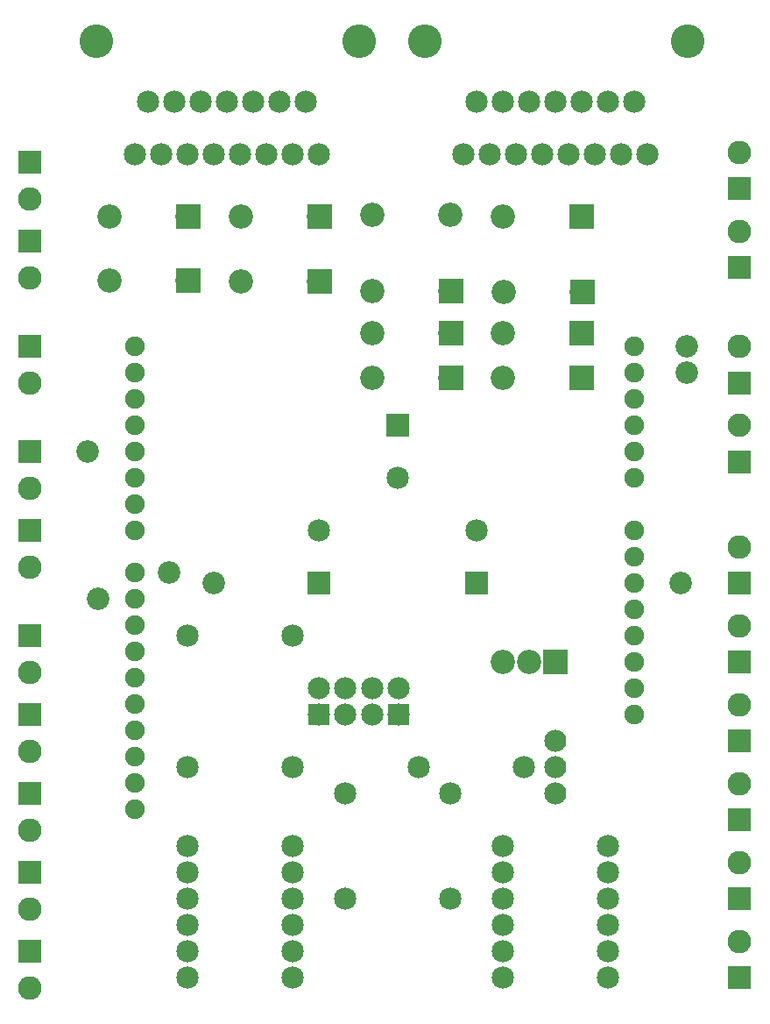
<source format=gts>
G04 MADE WITH FRITZING*
G04 WWW.FRITZING.ORG*
G04 DOUBLE SIDED*
G04 HOLES PLATED*
G04 CONTOUR ON CENTER OF CONTOUR VECTOR*
%ASAXBY*%
%FSLAX23Y23*%
%MOIN*%
%OFA0B0*%
%SFA1.0B1.0*%
%ADD10C,0.075278*%
%ADD11C,0.085433*%
%ADD12C,0.084803*%
%ADD13C,0.128000*%
%ADD14C,0.085000*%
%ADD15C,0.092000*%
%ADD16C,0.084472*%
%ADD17C,0.084000*%
%ADD18C,0.090000*%
%ADD19C,0.089370*%
%ADD20R,0.085000X0.085000*%
%ADD21R,0.092000X0.092000*%
%ADD22R,0.084472X0.084108*%
%ADD23R,0.090000X0.090000*%
%ADD24R,0.089370X0.089370*%
%ADD25C,0.030000*%
%LNMASK1*%
G90*
G70*
G54D10*
X2412Y2122D03*
X2412Y2222D03*
X2412Y2322D03*
X2412Y2422D03*
X2412Y2522D03*
X512Y1662D03*
X512Y1562D03*
X512Y1462D03*
X512Y1362D03*
X512Y1262D03*
X512Y1162D03*
X512Y1062D03*
X512Y962D03*
X512Y862D03*
X512Y762D03*
X512Y2522D03*
X512Y2422D03*
X512Y2322D03*
X512Y2222D03*
X512Y2122D03*
X512Y2022D03*
X512Y1922D03*
X512Y1822D03*
X2412Y1222D03*
X2412Y1122D03*
X2412Y1322D03*
X2412Y1422D03*
X2412Y1522D03*
X2412Y1622D03*
X2412Y1722D03*
X2412Y1822D03*
X2412Y2022D03*
G54D11*
X2612Y2422D03*
X2612Y2522D03*
X332Y2122D03*
X641Y1663D03*
X372Y1563D03*
G54D12*
X562Y3454D03*
X662Y3454D03*
X762Y3454D03*
X862Y3454D03*
X962Y3454D03*
X1062Y3454D03*
X1162Y3454D03*
X512Y3254D03*
X612Y3254D03*
X712Y3254D03*
X812Y3254D03*
X912Y3254D03*
X1012Y3254D03*
X1112Y3254D03*
X1212Y3254D03*
G54D13*
X364Y3684D03*
X1364Y3684D03*
G54D12*
X562Y3454D03*
X662Y3454D03*
X762Y3454D03*
X862Y3454D03*
X962Y3454D03*
X1062Y3454D03*
X1162Y3454D03*
X512Y3254D03*
X612Y3254D03*
X712Y3254D03*
X812Y3254D03*
X912Y3254D03*
X1012Y3254D03*
X1112Y3254D03*
X1212Y3254D03*
G54D13*
X364Y3684D03*
X1364Y3684D03*
G54D12*
X1812Y3454D03*
X1912Y3454D03*
X2012Y3454D03*
X2112Y3454D03*
X2212Y3454D03*
X2312Y3454D03*
X2412Y3454D03*
X1762Y3254D03*
X1862Y3254D03*
X1962Y3254D03*
X2062Y3254D03*
X2162Y3254D03*
X2262Y3254D03*
X2362Y3254D03*
X2462Y3254D03*
G54D13*
X1614Y3684D03*
X2614Y3684D03*
G54D12*
X1812Y3454D03*
X1912Y3454D03*
X2012Y3454D03*
X2112Y3454D03*
X2212Y3454D03*
X2312Y3454D03*
X2412Y3454D03*
X1762Y3254D03*
X1862Y3254D03*
X1962Y3254D03*
X2062Y3254D03*
X2162Y3254D03*
X2262Y3254D03*
X2362Y3254D03*
X2462Y3254D03*
G54D13*
X1614Y3684D03*
X2614Y3684D03*
G54D14*
X1512Y2222D03*
X1512Y2022D03*
X1812Y1622D03*
X1812Y1822D03*
X1212Y1622D03*
X1212Y1822D03*
G54D15*
X2112Y1322D03*
X2012Y1322D03*
X1912Y1322D03*
G54D16*
X1513Y1122D03*
X1513Y1222D03*
X1413Y1122D03*
X1413Y1222D03*
X1312Y1122D03*
X1312Y1222D03*
X1211Y1122D03*
X1211Y1222D03*
X1513Y1122D03*
X1513Y1222D03*
X1413Y1122D03*
X1413Y1222D03*
X1312Y1122D03*
X1312Y1222D03*
X1211Y1122D03*
X1211Y1222D03*
G54D14*
X711Y1422D03*
X1111Y1422D03*
X712Y922D03*
X1112Y922D03*
G54D17*
X2112Y822D03*
X2112Y922D03*
X2112Y1022D03*
X2112Y822D03*
X2112Y922D03*
X2112Y1022D03*
G54D14*
X1590Y922D03*
X1990Y922D03*
G54D15*
X712Y2773D03*
X414Y2773D03*
X712Y3017D03*
X414Y3017D03*
X1212Y3017D03*
X914Y3017D03*
X1212Y2771D03*
X914Y2771D03*
X1712Y2572D03*
X1414Y2572D03*
X1712Y2403D03*
X1414Y2403D03*
X1712Y3022D03*
X1414Y3022D03*
X1712Y2732D03*
X1414Y2732D03*
X2210Y2572D03*
X1912Y2572D03*
X2210Y2403D03*
X1912Y2403D03*
X2210Y3017D03*
X1912Y3017D03*
X2212Y2731D03*
X1914Y2731D03*
G54D14*
X1712Y422D03*
X1712Y822D03*
X1312Y422D03*
X1312Y822D03*
G54D18*
X112Y1822D03*
X112Y1684D03*
X112Y2122D03*
X112Y1984D03*
X112Y2922D03*
X112Y2784D03*
X112Y2522D03*
X112Y2384D03*
X2812Y2822D03*
X2812Y2960D03*
X2812Y3122D03*
X2812Y3260D03*
X2812Y1622D03*
X2812Y1760D03*
X112Y3222D03*
X112Y3084D03*
X2812Y2384D03*
X2812Y2522D03*
X112Y822D03*
X112Y684D03*
X112Y1122D03*
X112Y984D03*
X112Y1422D03*
X112Y1284D03*
X112Y522D03*
X112Y384D03*
X2812Y1322D03*
X2812Y1460D03*
X2812Y1022D03*
X2812Y1160D03*
X2812Y722D03*
X2812Y860D03*
X2812Y422D03*
X2812Y560D03*
X2812Y122D03*
X2812Y260D03*
X112Y222D03*
X112Y84D03*
G54D14*
X2312Y122D03*
X1912Y122D03*
X712Y122D03*
X1112Y122D03*
X2312Y622D03*
X1912Y622D03*
X712Y622D03*
X1112Y622D03*
X2312Y222D03*
X1912Y222D03*
X712Y222D03*
X1112Y222D03*
X2312Y322D03*
X1912Y322D03*
X712Y322D03*
X1112Y322D03*
X2312Y522D03*
X1912Y522D03*
X712Y522D03*
X1112Y522D03*
X2312Y422D03*
X1912Y422D03*
X712Y422D03*
X1112Y422D03*
G54D11*
X2587Y1622D03*
X812Y1622D03*
G54D19*
X2812Y2084D03*
X2812Y2222D03*
G54D20*
X1512Y2222D03*
X1812Y1622D03*
X1212Y1622D03*
G54D21*
X2112Y1322D03*
G54D22*
X1513Y1122D03*
X1513Y1122D03*
X1211Y1122D03*
G54D21*
X713Y2773D03*
X713Y3017D03*
X1213Y3017D03*
X1213Y2771D03*
X1713Y2572D03*
X1713Y2403D03*
X1713Y2732D03*
X2211Y2572D03*
X2211Y2403D03*
X2211Y3017D03*
X2213Y2731D03*
G54D23*
X112Y1822D03*
X112Y2122D03*
X112Y2922D03*
X112Y2522D03*
X2812Y2822D03*
X2812Y3122D03*
X2812Y1622D03*
X112Y3222D03*
X2812Y2384D03*
X112Y822D03*
X112Y1122D03*
X112Y1422D03*
X112Y522D03*
X2812Y1322D03*
X2812Y1022D03*
X2812Y722D03*
X2812Y422D03*
X2812Y122D03*
X112Y222D03*
G54D24*
X2812Y2084D03*
G54D25*
G36*
X1682Y2991D02*
X1682Y3053D01*
X1744Y3053D01*
X1744Y2991D01*
X1682Y2991D01*
G37*
D02*
G04 End of Mask1*
M02*
</source>
